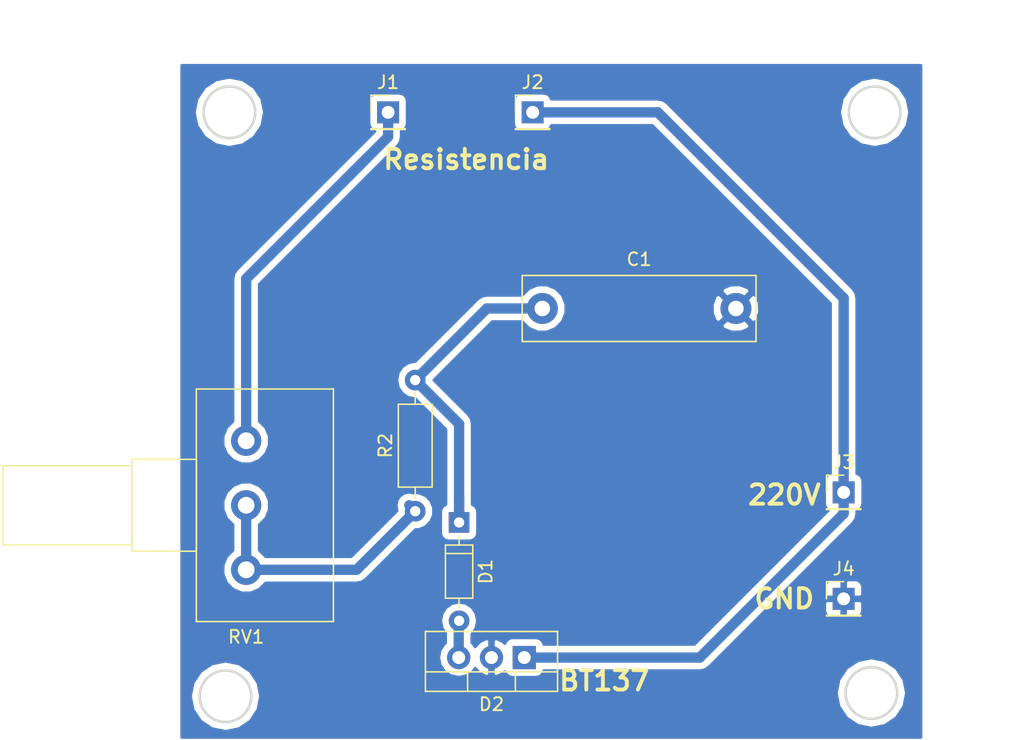
<source format=kicad_pcb>
(kicad_pcb (version 4) (host pcbnew 4.0.7-e2-6376~58~ubuntu14.04.1)

  (general
    (links 10)
    (no_connects 0)
    (area 178.724999 102.149999 252.171429 154.650001)
    (thickness 1.6)
    (drawings 14)
    (tracks 24)
    (zones 0)
    (modules 9)
    (nets 7)
  )

  (page A4)
  (layers
    (0 F.Cu signal)
    (31 B.Cu signal)
    (32 B.Adhes user)
    (33 F.Adhes user)
    (34 B.Paste user)
    (35 F.Paste user)
    (36 B.SilkS user)
    (37 F.SilkS user)
    (38 B.Mask user)
    (39 F.Mask user)
    (40 Dwgs.User user)
    (41 Cmts.User user)
    (42 Eco1.User user)
    (43 Eco2.User user)
    (44 Edge.Cuts user)
    (45 Margin user)
    (46 B.CrtYd user)
    (47 F.CrtYd user)
    (48 B.Fab user)
    (49 F.Fab user)
  )

  (setup
    (last_trace_width 0.8)
    (trace_clearance 0.5)
    (zone_clearance 0.508)
    (zone_45_only no)
    (trace_min 0.6)
    (segment_width 0.2)
    (edge_width 0.2)
    (via_size 2.4)
    (via_drill 0.8)
    (via_min_size 2.2)
    (via_min_drill 0.8)
    (uvia_size 0.508)
    (uvia_drill 0.127)
    (uvias_allowed no)
    (uvia_min_size 0.3)
    (uvia_min_drill 0.127)
    (pcb_text_width 0.3)
    (pcb_text_size 1.5 1.5)
    (mod_edge_width 0.15)
    (mod_text_size 1 1)
    (mod_text_width 0.15)
    (pad_size 1.524 1.524)
    (pad_drill 0.762)
    (pad_to_mask_clearance 0.2)
    (aux_axis_origin 0 0)
    (visible_elements 7FFFFFFF)
    (pcbplotparams
      (layerselection 0x00030_80000001)
      (usegerberextensions false)
      (excludeedgelayer true)
      (linewidth 0.100000)
      (plotframeref false)
      (viasonmask false)
      (mode 1)
      (useauxorigin false)
      (hpglpennumber 1)
      (hpglpenspeed 20)
      (hpglpendiameter 15)
      (hpglpenoverlay 2)
      (psnegative false)
      (psa4output false)
      (plotreference true)
      (plotvalue true)
      (plotinvisibletext false)
      (padsonsilk false)
      (subtractmaskfromsilk false)
      (outputformat 1)
      (mirror false)
      (drillshape 1)
      (scaleselection 1)
      (outputdirectory Build/))
  )

  (net 0 "")
  (net 1 "Net-(C1-Pad1)")
  (net 2 GND)
  (net 3 "Net-(D1-Pad2)")
  (net 4 "Net-(D2-Pad1)")
  (net 5 "Net-(J1-Pad1)")
  (net 6 "Net-(R2-Pad1)")

  (net_class Default "This is the default net class."
    (clearance 0.5)
    (trace_width 0.8)
    (via_dia 2.4)
    (via_drill 0.8)
    (uvia_dia 0.508)
    (uvia_drill 0.127)
    (add_net GND)
    (add_net "Net-(C1-Pad1)")
    (add_net "Net-(D1-Pad2)")
    (add_net "Net-(D2-Pad1)")
    (add_net "Net-(J1-Pad1)")
    (add_net "Net-(R2-Pad1)")
  )

  (module Resistors_ThroughHole:R_Axial_DIN0207_L6.3mm_D2.5mm_P10.16mm_Horizontal (layer F.Cu) (tedit 5874F706) (tstamp 59A06303)
    (at 211.4 136.91 90)
    (descr "Resistor, Axial_DIN0207 series, Axial, Horizontal, pin pitch=10.16mm, 0.25W = 1/4W, length*diameter=6.3*2.5mm^2, http://cdn-reichelt.de/documents/datenblatt/B400/1_4W%23YAG.pdf")
    (tags "Resistor Axial_DIN0207 series Axial Horizontal pin pitch 10.16mm 0.25W = 1/4W length 6.3mm diameter 2.5mm")
    (path /59A03AED)
    (fp_text reference R2 (at 5.08 -2.31 90) (layer F.SilkS)
      (effects (font (size 1 1) (thickness 0.15)))
    )
    (fp_text value 250k (at 5.08 2.31 90) (layer F.Fab)
      (effects (font (size 1 1) (thickness 0.15)))
    )
    (fp_line (start 1.93 -1.25) (end 1.93 1.25) (layer F.Fab) (width 0.1))
    (fp_line (start 1.93 1.25) (end 8.23 1.25) (layer F.Fab) (width 0.1))
    (fp_line (start 8.23 1.25) (end 8.23 -1.25) (layer F.Fab) (width 0.1))
    (fp_line (start 8.23 -1.25) (end 1.93 -1.25) (layer F.Fab) (width 0.1))
    (fp_line (start 0 0) (end 1.93 0) (layer F.Fab) (width 0.1))
    (fp_line (start 10.16 0) (end 8.23 0) (layer F.Fab) (width 0.1))
    (fp_line (start 1.87 -1.31) (end 1.87 1.31) (layer F.SilkS) (width 0.12))
    (fp_line (start 1.87 1.31) (end 8.29 1.31) (layer F.SilkS) (width 0.12))
    (fp_line (start 8.29 1.31) (end 8.29 -1.31) (layer F.SilkS) (width 0.12))
    (fp_line (start 8.29 -1.31) (end 1.87 -1.31) (layer F.SilkS) (width 0.12))
    (fp_line (start 0.98 0) (end 1.87 0) (layer F.SilkS) (width 0.12))
    (fp_line (start 9.18 0) (end 8.29 0) (layer F.SilkS) (width 0.12))
    (fp_line (start -1.05 -1.6) (end -1.05 1.6) (layer F.CrtYd) (width 0.05))
    (fp_line (start -1.05 1.6) (end 11.25 1.6) (layer F.CrtYd) (width 0.05))
    (fp_line (start 11.25 1.6) (end 11.25 -1.6) (layer F.CrtYd) (width 0.05))
    (fp_line (start 11.25 -1.6) (end -1.05 -1.6) (layer F.CrtYd) (width 0.05))
    (pad 1 thru_hole circle (at 0 0 90) (size 1.6 1.6) (drill 0.8) (layers *.Cu *.Mask)
      (net 6 "Net-(R2-Pad1)"))
    (pad 2 thru_hole oval (at 10.16 0 90) (size 1.6 1.6) (drill 0.8) (layers *.Cu *.Mask)
      (net 1 "Net-(C1-Pad1)"))
    (model ${KISYS3DMOD}/Resistors_THT.3dshapes/R_Axial_DIN0207_L6.3mm_D2.5mm_P10.16mm_Horizontal.wrl
      (at (xyz 0 0 0))
      (scale (xyz 0.393701 0.393701 0.393701))
      (rotate (xyz 0 0 0))
    )
  )

  (module Pin_Headers:Pin_Header_Straight_1x01_Pitch2.54mm (layer F.Cu) (tedit 59650532) (tstamp 59A062F8)
    (at 244.6 135.45)
    (descr "Through hole straight pin header, 1x01, 2.54mm pitch, single row")
    (tags "Through hole pin header THT 1x01 2.54mm single row")
    (path /59A03E62)
    (fp_text reference J3 (at 0 -2.33) (layer F.SilkS)
      (effects (font (size 1 1) (thickness 0.15)))
    )
    (fp_text value CONN_01X01_MALE (at 0 2.33) (layer F.Fab)
      (effects (font (size 1 1) (thickness 0.15)))
    )
    (fp_line (start -0.635 -1.27) (end 1.27 -1.27) (layer F.Fab) (width 0.1))
    (fp_line (start 1.27 -1.27) (end 1.27 1.27) (layer F.Fab) (width 0.1))
    (fp_line (start 1.27 1.27) (end -1.27 1.27) (layer F.Fab) (width 0.1))
    (fp_line (start -1.27 1.27) (end -1.27 -0.635) (layer F.Fab) (width 0.1))
    (fp_line (start -1.27 -0.635) (end -0.635 -1.27) (layer F.Fab) (width 0.1))
    (fp_line (start -1.33 1.33) (end 1.33 1.33) (layer F.SilkS) (width 0.12))
    (fp_line (start -1.33 1.27) (end -1.33 1.33) (layer F.SilkS) (width 0.12))
    (fp_line (start 1.33 1.27) (end 1.33 1.33) (layer F.SilkS) (width 0.12))
    (fp_line (start -1.33 1.27) (end 1.33 1.27) (layer F.SilkS) (width 0.12))
    (fp_line (start -1.33 0) (end -1.33 -1.33) (layer F.SilkS) (width 0.12))
    (fp_line (start -1.33 -1.33) (end 0 -1.33) (layer F.SilkS) (width 0.12))
    (fp_line (start -1.8 -1.8) (end -1.8 1.8) (layer F.CrtYd) (width 0.05))
    (fp_line (start -1.8 1.8) (end 1.8 1.8) (layer F.CrtYd) (width 0.05))
    (fp_line (start 1.8 1.8) (end 1.8 -1.8) (layer F.CrtYd) (width 0.05))
    (fp_line (start 1.8 -1.8) (end -1.8 -1.8) (layer F.CrtYd) (width 0.05))
    (fp_text user %R (at 0 0 90) (layer F.Fab)
      (effects (font (size 1 1) (thickness 0.15)))
    )
    (pad 1 thru_hole rect (at 0 0) (size 1.7 1.7) (drill 1) (layers *.Cu *.Mask)
      (net 4 "Net-(D2-Pad1)"))
    (model ${KISYS3DMOD}/Pin_Headers.3dshapes/Pin_Header_Straight_1x01_Pitch2.54mm.wrl
      (at (xyz 0 0 0))
      (scale (xyz 1 1 1))
      (rotate (xyz 0 0 0))
    )
  )

  (module Diodes_ThroughHole:D_DO-35_SOD27_P7.62mm_Horizontal (layer F.Cu) (tedit 5921392F) (tstamp 59A062E2)
    (at 214.8 137.78 270)
    (descr "D, DO-35_SOD27 series, Axial, Horizontal, pin pitch=7.62mm, , length*diameter=4*2mm^2, , http://www.diodes.com/_files/packages/DO-35.pdf")
    (tags "D DO-35_SOD27 series Axial Horizontal pin pitch 7.62mm  length 4mm diameter 2mm")
    (path /59A03A2A)
    (fp_text reference D1 (at 3.81 -2.06 270) (layer F.SilkS)
      (effects (font (size 1 1) (thickness 0.15)))
    )
    (fp_text value DIAC_ALT (at 3.81 2.06 270) (layer F.Fab)
      (effects (font (size 1 1) (thickness 0.15)))
    )
    (fp_text user %R (at 3.81 0 270) (layer F.Fab)
      (effects (font (size 1 1) (thickness 0.15)))
    )
    (fp_line (start 1.81 -1) (end 1.81 1) (layer F.Fab) (width 0.1))
    (fp_line (start 1.81 1) (end 5.81 1) (layer F.Fab) (width 0.1))
    (fp_line (start 5.81 1) (end 5.81 -1) (layer F.Fab) (width 0.1))
    (fp_line (start 5.81 -1) (end 1.81 -1) (layer F.Fab) (width 0.1))
    (fp_line (start 0 0) (end 1.81 0) (layer F.Fab) (width 0.1))
    (fp_line (start 7.62 0) (end 5.81 0) (layer F.Fab) (width 0.1))
    (fp_line (start 2.41 -1) (end 2.41 1) (layer F.Fab) (width 0.1))
    (fp_line (start 1.75 -1.06) (end 1.75 1.06) (layer F.SilkS) (width 0.12))
    (fp_line (start 1.75 1.06) (end 5.87 1.06) (layer F.SilkS) (width 0.12))
    (fp_line (start 5.87 1.06) (end 5.87 -1.06) (layer F.SilkS) (width 0.12))
    (fp_line (start 5.87 -1.06) (end 1.75 -1.06) (layer F.SilkS) (width 0.12))
    (fp_line (start 0.98 0) (end 1.75 0) (layer F.SilkS) (width 0.12))
    (fp_line (start 6.64 0) (end 5.87 0) (layer F.SilkS) (width 0.12))
    (fp_line (start 2.41 -1.06) (end 2.41 1.06) (layer F.SilkS) (width 0.12))
    (fp_line (start -1.05 -1.35) (end -1.05 1.35) (layer F.CrtYd) (width 0.05))
    (fp_line (start -1.05 1.35) (end 8.7 1.35) (layer F.CrtYd) (width 0.05))
    (fp_line (start 8.7 1.35) (end 8.7 -1.35) (layer F.CrtYd) (width 0.05))
    (fp_line (start 8.7 -1.35) (end -1.05 -1.35) (layer F.CrtYd) (width 0.05))
    (pad 1 thru_hole rect (at 0 0 270) (size 1.6 1.6) (drill 0.8) (layers *.Cu *.Mask)
      (net 1 "Net-(C1-Pad1)"))
    (pad 2 thru_hole oval (at 7.62 0 270) (size 1.6 1.6) (drill 0.8) (layers *.Cu *.Mask)
      (net 3 "Net-(D1-Pad2)"))
    (model ${KISYS3DMOD}/Diodes_THT.3dshapes/D_DO-35_SOD27_P7.62mm_Horizontal.wrl
      (at (xyz 0 0 0))
      (scale (xyz 0.393701 0.393701 0.393701))
      (rotate (xyz 0 0 0))
    )
  )

  (module TO_SOT_Packages_THT:TO-220_Vertical (layer F.Cu) (tedit 58CE52AD) (tstamp 59A062E9)
    (at 219.85 148.25 180)
    (descr "TO-220, Vertical, RM 2.54mm")
    (tags "TO-220 Vertical RM 2.54mm")
    (path /59A0366F)
    (fp_text reference D2 (at 2.54 -3.62 180) (layer F.SilkS)
      (effects (font (size 1 1) (thickness 0.15)))
    )
    (fp_text value Q_TRIAC_AAG (at 2.54 3.92 180) (layer F.Fab)
      (effects (font (size 1 1) (thickness 0.15)))
    )
    (fp_text user %R (at 2.54 -3.62 180) (layer F.Fab)
      (effects (font (size 1 1) (thickness 0.15)))
    )
    (fp_line (start -2.46 -2.5) (end -2.46 1.9) (layer F.Fab) (width 0.1))
    (fp_line (start -2.46 1.9) (end 7.54 1.9) (layer F.Fab) (width 0.1))
    (fp_line (start 7.54 1.9) (end 7.54 -2.5) (layer F.Fab) (width 0.1))
    (fp_line (start 7.54 -2.5) (end -2.46 -2.5) (layer F.Fab) (width 0.1))
    (fp_line (start -2.46 -1.23) (end 7.54 -1.23) (layer F.Fab) (width 0.1))
    (fp_line (start 0.69 -2.5) (end 0.69 -1.23) (layer F.Fab) (width 0.1))
    (fp_line (start 4.39 -2.5) (end 4.39 -1.23) (layer F.Fab) (width 0.1))
    (fp_line (start -2.58 -2.62) (end 7.66 -2.62) (layer F.SilkS) (width 0.12))
    (fp_line (start -2.58 2.021) (end 7.66 2.021) (layer F.SilkS) (width 0.12))
    (fp_line (start -2.58 -2.62) (end -2.58 2.021) (layer F.SilkS) (width 0.12))
    (fp_line (start 7.66 -2.62) (end 7.66 2.021) (layer F.SilkS) (width 0.12))
    (fp_line (start -2.58 -1.11) (end 7.66 -1.11) (layer F.SilkS) (width 0.12))
    (fp_line (start 0.69 -2.62) (end 0.69 -1.11) (layer F.SilkS) (width 0.12))
    (fp_line (start 4.391 -2.62) (end 4.391 -1.11) (layer F.SilkS) (width 0.12))
    (fp_line (start -2.71 -2.75) (end -2.71 2.16) (layer F.CrtYd) (width 0.05))
    (fp_line (start -2.71 2.16) (end 7.79 2.16) (layer F.CrtYd) (width 0.05))
    (fp_line (start 7.79 2.16) (end 7.79 -2.75) (layer F.CrtYd) (width 0.05))
    (fp_line (start 7.79 -2.75) (end -2.71 -2.75) (layer F.CrtYd) (width 0.05))
    (pad 1 thru_hole rect (at 0 0 180) (size 1.8 1.8) (drill 1) (layers *.Cu *.Mask)
      (net 4 "Net-(D2-Pad1)"))
    (pad 2 thru_hole oval (at 2.54 0 180) (size 1.8 1.8) (drill 1) (layers *.Cu *.Mask)
      (net 2 GND))
    (pad 3 thru_hole oval (at 5.08 0 180) (size 1.8 1.8) (drill 1) (layers *.Cu *.Mask)
      (net 3 "Net-(D1-Pad2)"))
    (model ${KISYS3DMOD}/TO_SOT_Packages_THT.3dshapes/TO-220_Vertical.wrl
      (at (xyz 0.1 0 0))
      (scale (xyz 0.393701 0.393701 0.393701))
      (rotate (xyz 0 0 0))
    )
  )

  (module Pin_Headers:Pin_Header_Straight_1x01_Pitch2.54mm (layer F.Cu) (tedit 59650532) (tstamp 59A062EE)
    (at 209.3 106)
    (descr "Through hole straight pin header, 1x01, 2.54mm pitch, single row")
    (tags "Through hole pin header THT 1x01 2.54mm single row")
    (path /59A03C70)
    (fp_text reference J1 (at 0 -2.33) (layer F.SilkS)
      (effects (font (size 1 1) (thickness 0.15)))
    )
    (fp_text value CONN_01X01_MALE (at 0 2.33) (layer F.Fab)
      (effects (font (size 1 1) (thickness 0.15)))
    )
    (fp_line (start -0.635 -1.27) (end 1.27 -1.27) (layer F.Fab) (width 0.1))
    (fp_line (start 1.27 -1.27) (end 1.27 1.27) (layer F.Fab) (width 0.1))
    (fp_line (start 1.27 1.27) (end -1.27 1.27) (layer F.Fab) (width 0.1))
    (fp_line (start -1.27 1.27) (end -1.27 -0.635) (layer F.Fab) (width 0.1))
    (fp_line (start -1.27 -0.635) (end -0.635 -1.27) (layer F.Fab) (width 0.1))
    (fp_line (start -1.33 1.33) (end 1.33 1.33) (layer F.SilkS) (width 0.12))
    (fp_line (start -1.33 1.27) (end -1.33 1.33) (layer F.SilkS) (width 0.12))
    (fp_line (start 1.33 1.27) (end 1.33 1.33) (layer F.SilkS) (width 0.12))
    (fp_line (start -1.33 1.27) (end 1.33 1.27) (layer F.SilkS) (width 0.12))
    (fp_line (start -1.33 0) (end -1.33 -1.33) (layer F.SilkS) (width 0.12))
    (fp_line (start -1.33 -1.33) (end 0 -1.33) (layer F.SilkS) (width 0.12))
    (fp_line (start -1.8 -1.8) (end -1.8 1.8) (layer F.CrtYd) (width 0.05))
    (fp_line (start -1.8 1.8) (end 1.8 1.8) (layer F.CrtYd) (width 0.05))
    (fp_line (start 1.8 1.8) (end 1.8 -1.8) (layer F.CrtYd) (width 0.05))
    (fp_line (start 1.8 -1.8) (end -1.8 -1.8) (layer F.CrtYd) (width 0.05))
    (fp_text user %R (at 0 -0.1 90) (layer F.Fab)
      (effects (font (size 1 1) (thickness 0.15)))
    )
    (pad 1 thru_hole rect (at 0 0) (size 1.7 1.7) (drill 1) (layers *.Cu *.Mask)
      (net 5 "Net-(J1-Pad1)"))
    (model ${KISYS3DMOD}/Pin_Headers.3dshapes/Pin_Header_Straight_1x01_Pitch2.54mm.wrl
      (at (xyz 0 0 0))
      (scale (xyz 1 1 1))
      (rotate (xyz 0 0 0))
    )
  )

  (module Pin_Headers:Pin_Header_Straight_1x01_Pitch2.54mm (layer F.Cu) (tedit 59650532) (tstamp 59A062F3)
    (at 220.5 106)
    (descr "Through hole straight pin header, 1x01, 2.54mm pitch, single row")
    (tags "Through hole pin header THT 1x01 2.54mm single row")
    (path /59A03CD9)
    (fp_text reference J2 (at 0 -2.33) (layer F.SilkS)
      (effects (font (size 1 1) (thickness 0.15)))
    )
    (fp_text value CONN_01X01_MALE (at 0 2.33) (layer F.Fab)
      (effects (font (size 1 1) (thickness 0.15)))
    )
    (fp_line (start -0.635 -1.27) (end 1.27 -1.27) (layer F.Fab) (width 0.1))
    (fp_line (start 1.27 -1.27) (end 1.27 1.27) (layer F.Fab) (width 0.1))
    (fp_line (start 1.27 1.27) (end -1.27 1.27) (layer F.Fab) (width 0.1))
    (fp_line (start -1.27 1.27) (end -1.27 -0.635) (layer F.Fab) (width 0.1))
    (fp_line (start -1.27 -0.635) (end -0.635 -1.27) (layer F.Fab) (width 0.1))
    (fp_line (start -1.33 1.33) (end 1.33 1.33) (layer F.SilkS) (width 0.12))
    (fp_line (start -1.33 1.27) (end -1.33 1.33) (layer F.SilkS) (width 0.12))
    (fp_line (start 1.33 1.27) (end 1.33 1.33) (layer F.SilkS) (width 0.12))
    (fp_line (start -1.33 1.27) (end 1.33 1.27) (layer F.SilkS) (width 0.12))
    (fp_line (start -1.33 0) (end -1.33 -1.33) (layer F.SilkS) (width 0.12))
    (fp_line (start -1.33 -1.33) (end 0 -1.33) (layer F.SilkS) (width 0.12))
    (fp_line (start -1.8 -1.8) (end -1.8 1.8) (layer F.CrtYd) (width 0.05))
    (fp_line (start -1.8 1.8) (end 1.8 1.8) (layer F.CrtYd) (width 0.05))
    (fp_line (start 1.8 1.8) (end 1.8 -1.8) (layer F.CrtYd) (width 0.05))
    (fp_line (start 1.8 -1.8) (end -1.8 -1.8) (layer F.CrtYd) (width 0.05))
    (fp_text user %R (at 0 0 90) (layer F.Fab)
      (effects (font (size 1 1) (thickness 0.15)))
    )
    (pad 1 thru_hole rect (at 0 0) (size 1.7 1.7) (drill 1) (layers *.Cu *.Mask)
      (net 4 "Net-(D2-Pad1)"))
    (model ${KISYS3DMOD}/Pin_Headers.3dshapes/Pin_Header_Straight_1x01_Pitch2.54mm.wrl
      (at (xyz 0 0 0))
      (scale (xyz 1 1 1))
      (rotate (xyz 0 0 0))
    )
  )

  (module Pin_Headers:Pin_Header_Straight_1x01_Pitch2.54mm (layer F.Cu) (tedit 59650532) (tstamp 59A062FD)
    (at 244.6 143.7)
    (descr "Through hole straight pin header, 1x01, 2.54mm pitch, single row")
    (tags "Through hole pin header THT 1x01 2.54mm single row")
    (path /59A03EC3)
    (fp_text reference J4 (at 0 -2.33) (layer F.SilkS)
      (effects (font (size 1 1) (thickness 0.15)))
    )
    (fp_text value CONN_01X01_MALE (at 0 2.33) (layer F.Fab)
      (effects (font (size 1 1) (thickness 0.15)))
    )
    (fp_line (start -0.635 -1.27) (end 1.27 -1.27) (layer F.Fab) (width 0.1))
    (fp_line (start 1.27 -1.27) (end 1.27 1.27) (layer F.Fab) (width 0.1))
    (fp_line (start 1.27 1.27) (end -1.27 1.27) (layer F.Fab) (width 0.1))
    (fp_line (start -1.27 1.27) (end -1.27 -0.635) (layer F.Fab) (width 0.1))
    (fp_line (start -1.27 -0.635) (end -0.635 -1.27) (layer F.Fab) (width 0.1))
    (fp_line (start -1.33 1.33) (end 1.33 1.33) (layer F.SilkS) (width 0.12))
    (fp_line (start -1.33 1.27) (end -1.33 1.33) (layer F.SilkS) (width 0.12))
    (fp_line (start 1.33 1.27) (end 1.33 1.33) (layer F.SilkS) (width 0.12))
    (fp_line (start -1.33 1.27) (end 1.33 1.27) (layer F.SilkS) (width 0.12))
    (fp_line (start -1.33 0) (end -1.33 -1.33) (layer F.SilkS) (width 0.12))
    (fp_line (start -1.33 -1.33) (end 0 -1.33) (layer F.SilkS) (width 0.12))
    (fp_line (start -1.8 -1.8) (end -1.8 1.8) (layer F.CrtYd) (width 0.05))
    (fp_line (start -1.8 1.8) (end 1.8 1.8) (layer F.CrtYd) (width 0.05))
    (fp_line (start 1.8 1.8) (end 1.8 -1.8) (layer F.CrtYd) (width 0.05))
    (fp_line (start 1.8 -1.8) (end -1.8 -1.8) (layer F.CrtYd) (width 0.05))
    (fp_text user %R (at 0 0 90) (layer F.Fab)
      (effects (font (size 1 1) (thickness 0.15)))
    )
    (pad 1 thru_hole rect (at 0 0) (size 1.7 1.7) (drill 1) (layers *.Cu *.Mask)
      (net 2 GND))
    (model ${KISYS3DMOD}/Pin_Headers.3dshapes/Pin_Header_Straight_1x01_Pitch2.54mm.wrl
      (at (xyz 0 0 0))
      (scale (xyz 1 1 1))
      (rotate (xyz 0 0 0))
    )
  )

  (module Potentiometers:Potentiometer_Alps_RK163_Single_Vertical (layer F.Cu) (tedit 58826D68) (tstamp 59A0630A)
    (at 198.3 131.45 180)
    (descr "Potentiometer, vertically mounted, Omeg PC16PU, Omeg PC16PU, Omeg PC16PU, Vishay/Spectrol 248GJ/249GJ Single, Vishay/Spectrol 248GJ/249GJ Single, Vishay/Spectrol 248GJ/249GJ Single, Vishay/Spectrol 248GH/249GH Single, Vishay/Spectrol 148/149 Single, Vishay/Spectrol 148/149 Single, Vishay/Spectrol 148/149 Single, Vishay/Spectrol 148A/149A Single with mounting plates, Vishay/Spectrol 148/149 Double, Vishay/Spectrol 148A/149A Double with mounting plates, Piher PC-16 Single, Piher PC-16 Single, Piher PC-16 Single, Piher PC-16SV Single, Piher PC-16 Double, Piher PC-16 Triple, Piher T16H Single, Piher T16L Single, Piher T16H Double, Alps RK163 Single, http://www.alps.com/prod/info/E/PDF/Potentiometer/MetalShaft/RK163/RK163.PDF")
    (tags "Potentiometer vertical  Omeg PC16PU  Omeg PC16PU  Omeg PC16PU  Vishay/Spectrol 248GJ/249GJ Single  Vishay/Spectrol 248GJ/249GJ Single  Vishay/Spectrol 248GJ/249GJ Single  Vishay/Spectrol 248GH/249GH Single  Vishay/Spectrol 148/149 Single  Vishay/Spectrol 148/149 Single  Vishay/Spectrol 148/149 Single  Vishay/Spectrol 148A/149A Single with mounting plates  Vishay/Spectrol 148/149 Double  Vishay/Spectrol 148A/149A Double with mounting plates  Piher PC-16 Single  Piher PC-16 Single  Piher PC-16 Single  Piher PC-16SV Single  Piher PC-16 Double  Piher PC-16 Triple  Piher T16H Single  Piher T16L Single  Piher T16H Double  Alps RK163 Single")
    (path /59A059CC)
    (fp_text reference RV1 (at 0 -15.2 180) (layer F.SilkS)
      (effects (font (size 1 1) (thickness 0.15)))
    )
    (fp_text value 200k (at 0 5.2 180) (layer F.Fab)
      (effects (font (size 1 1) (thickness 0.15)))
    )
    (fp_line (start -6.7 -13.95) (end -6.7 3.95) (layer F.Fab) (width 0.1))
    (fp_line (start -6.7 3.95) (end 3.8 3.95) (layer F.Fab) (width 0.1))
    (fp_line (start 3.8 3.95) (end 3.8 -13.95) (layer F.Fab) (width 0.1))
    (fp_line (start 3.8 -13.95) (end -6.7 -13.95) (layer F.Fab) (width 0.1))
    (fp_line (start 3.8 -8.5) (end 3.8 -1.5) (layer F.Fab) (width 0.1))
    (fp_line (start 3.8 -1.5) (end 8.8 -1.5) (layer F.Fab) (width 0.1))
    (fp_line (start 8.8 -1.5) (end 8.8 -8.5) (layer F.Fab) (width 0.1))
    (fp_line (start 8.8 -8.5) (end 3.8 -8.5) (layer F.Fab) (width 0.1))
    (fp_line (start 8.8 -8) (end 8.8 -2) (layer F.Fab) (width 0.1))
    (fp_line (start 8.8 -2) (end 18.8 -2) (layer F.Fab) (width 0.1))
    (fp_line (start 18.8 -2) (end 18.8 -8) (layer F.Fab) (width 0.1))
    (fp_line (start 18.8 -8) (end 8.8 -8) (layer F.Fab) (width 0.1))
    (fp_line (start -6.76 -14.01) (end 3.86 -14.01) (layer F.SilkS) (width 0.12))
    (fp_line (start -6.76 4.011) (end 3.86 4.011) (layer F.SilkS) (width 0.12))
    (fp_line (start -6.76 -14.01) (end -6.76 4.011) (layer F.SilkS) (width 0.12))
    (fp_line (start 3.86 -14.01) (end 3.86 4.011) (layer F.SilkS) (width 0.12))
    (fp_line (start 3.86 -8.56) (end 8.86 -8.56) (layer F.SilkS) (width 0.12))
    (fp_line (start 3.86 -1.44) (end 8.86 -1.44) (layer F.SilkS) (width 0.12))
    (fp_line (start 3.86 -8.56) (end 3.86 -1.44) (layer F.SilkS) (width 0.12))
    (fp_line (start 8.86 -8.56) (end 8.86 -1.44) (layer F.SilkS) (width 0.12))
    (fp_line (start 8.86 -8.06) (end 18.86 -8.06) (layer F.SilkS) (width 0.12))
    (fp_line (start 8.86 -1.94) (end 18.86 -1.94) (layer F.SilkS) (width 0.12))
    (fp_line (start 8.86 -8.06) (end 8.86 -1.94) (layer F.SilkS) (width 0.12))
    (fp_line (start 18.86 -8.06) (end 18.86 -1.94) (layer F.SilkS) (width 0.12))
    (fp_line (start -6.95 -14.2) (end -6.95 4.2) (layer F.CrtYd) (width 0.05))
    (fp_line (start -6.95 4.2) (end 19.05 4.2) (layer F.CrtYd) (width 0.05))
    (fp_line (start 19.05 4.2) (end 19.05 -14.2) (layer F.CrtYd) (width 0.05))
    (fp_line (start 19.05 -14.2) (end -6.95 -14.2) (layer F.CrtYd) (width 0.05))
    (pad 3 thru_hole circle (at 0 -10 180) (size 2.34 2.34) (drill 1.3) (layers *.Cu *.Mask)
      (net 6 "Net-(R2-Pad1)"))
    (pad 2 thru_hole circle (at 0 -5 180) (size 2.34 2.34) (drill 1.3) (layers *.Cu *.Mask)
      (net 6 "Net-(R2-Pad1)"))
    (pad 1 thru_hole circle (at 0 0 180) (size 2.34 2.34) (drill 1.3) (layers *.Cu *.Mask)
      (net 5 "Net-(J1-Pad1)"))
    (model Potentiometers.3dshapes/Potentiometer_Alps_RK163_Single_Vertical.wrl
      (at (xyz 0 0 0))
      (scale (xyz 1 1 1))
      (rotate (xyz 0 0 0))
    )
  )

  (module Capacitors_ThroughHole:C_Rect_L18.0mm_W5.0mm_P15.00mm_FKS3_FKP3 (layer F.Cu) (tedit 597BC7C2) (tstamp 59A070AD)
    (at 221.25 121.2)
    (descr "C, Rect series, Radial, pin pitch=15.00mm, , length*width=18*5mm^2, Capacitor, http://www.wima.com/EN/WIMA_FKS_3.pdf")
    (tags "C Rect series Radial pin pitch 15.00mm  length 18mm width 5mm Capacitor")
    (path /59A0706F)
    (fp_text reference C1 (at 7.5 -3.81) (layer F.SilkS)
      (effects (font (size 1 1) (thickness 0.15)))
    )
    (fp_text value 0.1uF/630V (at 7.5 3.81) (layer F.Fab)
      (effects (font (size 1 1) (thickness 0.15)))
    )
    (fp_line (start -1.5 -2.5) (end -1.5 2.5) (layer F.Fab) (width 0.1))
    (fp_line (start -1.5 2.5) (end 16.5 2.5) (layer F.Fab) (width 0.1))
    (fp_line (start 16.5 2.5) (end 16.5 -2.5) (layer F.Fab) (width 0.1))
    (fp_line (start 16.5 -2.5) (end -1.5 -2.5) (layer F.Fab) (width 0.1))
    (fp_line (start -1.56 -2.56) (end 16.56 -2.56) (layer F.SilkS) (width 0.12))
    (fp_line (start -1.56 2.56) (end 16.56 2.56) (layer F.SilkS) (width 0.12))
    (fp_line (start -1.56 -2.56) (end -1.56 2.56) (layer F.SilkS) (width 0.12))
    (fp_line (start 16.56 -2.56) (end 16.56 2.56) (layer F.SilkS) (width 0.12))
    (fp_line (start -1.85 -2.85) (end -1.85 2.85) (layer F.CrtYd) (width 0.05))
    (fp_line (start -1.85 2.85) (end 16.85 2.85) (layer F.CrtYd) (width 0.05))
    (fp_line (start 16.85 2.85) (end 16.85 -2.85) (layer F.CrtYd) (width 0.05))
    (fp_line (start 16.85 -2.85) (end -1.85 -2.85) (layer F.CrtYd) (width 0.05))
    (fp_text user %R (at 7.5 0) (layer F.Fab)
      (effects (font (size 1 1) (thickness 0.15)))
    )
    (pad 1 thru_hole circle (at 0 0) (size 2.4 2.4) (drill 1.2) (layers *.Cu *.Mask)
      (net 1 "Net-(C1-Pad1)"))
    (pad 2 thru_hole circle (at 15 0) (size 2.4 2.4) (drill 1.2) (layers *.Cu *.Mask)
      (net 2 GND))
    (model ${KISYS3DMOD}/Capacitors_THT.3dshapes/C_Rect_L18.0mm_W5.0mm_P15.00mm_FKS3_FKP3.wrl
      (at (xyz 0 0 0))
      (scale (xyz 1 1 1))
      (rotate (xyz 0 0 0))
    )
  )

  (dimension 52.1 (width 0.3) (layer F.Fab)
    (gr_text "52,100 mm" (at 255.9 128.4 270) (layer F.Fab)
      (effects (font (size 1.5 1.5) (thickness 0.3)))
    )
    (feature1 (pts (xy 250.6 154.45) (xy 257.25 154.45)))
    (feature2 (pts (xy 250.6 102.35) (xy 257.25 102.35)))
    (crossbar (pts (xy 254.55 102.35) (xy 254.55 154.45)))
    (arrow1a (pts (xy 254.55 154.45) (xy 253.963579 153.323496)))
    (arrow1b (pts (xy 254.55 154.45) (xy 255.136421 153.323496)))
    (arrow2a (pts (xy 254.55 102.35) (xy 253.963579 103.476504)))
    (arrow2b (pts (xy 254.55 102.35) (xy 255.136421 103.476504)))
  )
  (dimension 57.3 (width 0.3) (layer F.Fab)
    (gr_text "57,300 mm" (at 221.95 99.150001) (layer F.Fab)
      (effects (font (size 1.5 1.5) (thickness 0.3)))
    )
    (feature1 (pts (xy 250.6 102.35) (xy 250.6 97.800001)))
    (feature2 (pts (xy 193.3 102.35) (xy 193.3 97.800001)))
    (crossbar (pts (xy 193.3 100.500001) (xy 250.6 100.500001)))
    (arrow1a (pts (xy 250.6 100.500001) (xy 249.473496 101.086422)))
    (arrow1b (pts (xy 250.6 100.500001) (xy 249.473496 99.91358)))
    (arrow2a (pts (xy 193.3 100.500001) (xy 194.426504 101.086422)))
    (arrow2b (pts (xy 193.3 100.500001) (xy 194.426504 99.91358)))
  )
  (gr_line (start 193.2 154.55) (end 193.2 102.25) (layer F.Fab) (width 0.2))
  (gr_line (start 250.7 154.55) (end 193.2 154.55) (layer F.Fab) (width 0.2))
  (gr_line (start 250.7 102.25) (end 250.7 154.55) (layer F.Fab) (width 0.2))
  (gr_line (start 193.2 102.25) (end 250.7 102.25) (layer F.Fab) (width 0.2))
  (gr_text BT137 (at 226.05 150.05) (layer F.SilkS)
    (effects (font (size 1.5 1.5) (thickness 0.3)))
  )
  (gr_text GND (at 240 143.7) (layer F.SilkS)
    (effects (font (size 1.5 1.5) (thickness 0.3)))
  )
  (gr_text 220V (at 240 135.65) (layer F.SilkS)
    (effects (font (size 1.5 1.5) (thickness 0.3)))
  )
  (gr_text Resistencia (at 215.35 109.65) (layer F.SilkS)
    (effects (font (size 1.5 1.5) (thickness 0.3)))
  )
  (gr_circle (center 247 106) (end 249 106) (layer Edge.Cuts) (width 0.2) (tstamp 59A07160))
  (gr_circle (center 246.75 151) (end 248.75 151) (layer Edge.Cuts) (width 0.2) (tstamp 59A07150))
  (gr_circle (center 196.7 151.25) (end 198.7 151.25) (layer Edge.Cuts) (width 0.2) (tstamp 59A07107))
  (gr_circle (center 197 106) (end 199 106) (layer Edge.Cuts) (width 0.2))

  (segment (start 214.8 137.23) (end 214.8 135.75) (width 0.8) (layer B.Cu) (net 1))
  (segment (start 214.8 135.75) (end 214.8 130.15) (width 0.8) (layer B.Cu) (net 1))
  (segment (start 214.8 137.78) (end 214.8 135.75) (width 0.8) (layer B.Cu) (net 1))
  (segment (start 214.8 130.15) (end 211.4 126.75) (width 0.8) (layer B.Cu) (net 1))
  (segment (start 211.4 126.75) (end 216.95 121.2) (width 0.8) (layer B.Cu) (net 1))
  (segment (start 216.95 121.2) (end 221.25 121.2) (width 0.8) (layer B.Cu) (net 1))
  (segment (start 214.77 148.25) (end 214.77 145.43) (width 0.8) (layer B.Cu) (net 3))
  (segment (start 214.77 145.43) (end 214.8 145.4) (width 0.8) (layer B.Cu) (net 3))
  (segment (start 214.8 148.73) (end 214.82 148.75) (width 0.8) (layer B.Cu) (net 3))
  (segment (start 219.85 148.25) (end 233.45 148.25) (width 0.8) (layer B.Cu) (net 4))
  (segment (start 233.45 148.25) (end 244.6 137.1) (width 0.8) (layer B.Cu) (net 4))
  (segment (start 244.6 137.1) (end 244.6 135.45) (width 0.8) (layer B.Cu) (net 4))
  (segment (start 233.75 109.55) (end 230.2 106) (width 0.8) (layer B.Cu) (net 4))
  (segment (start 230.2 106) (end 220.5 106) (width 0.8) (layer B.Cu) (net 4))
  (segment (start 244.6 120.4) (end 233.75 109.55) (width 0.8) (layer B.Cu) (net 4))
  (segment (start 244.6 135.45) (end 244.6 120.4) (width 0.8) (layer B.Cu) (net 4))
  (segment (start 198.3 118.9) (end 209.3 107.9) (width 0.8) (layer B.Cu) (net 5))
  (segment (start 209.3 107.9) (end 209.3 106) (width 0.8) (layer B.Cu) (net 5))
  (segment (start 198.3 131.45) (end 198.3 118.9) (width 0.8) (layer B.Cu) (net 5))
  (segment (start 198.3 118.9) (end 207.65 109.55) (width 0.8) (layer B.Cu) (net 5))
  (segment (start 198.3 141.45) (end 206.86 141.45) (width 0.8) (layer B.Cu) (net 6))
  (segment (start 206.86 141.45) (end 211.4 136.91) (width 0.8) (layer B.Cu) (net 6))
  (segment (start 198.3 141.45) (end 198.3 136.45) (width 0.8) (layer B.Cu) (net 6))
  (segment (start 210.94 136.45) (end 211.4 136.91) (width 0.8) (layer B.Cu) (net 6))

  (zone (net 2) (net_name GND) (layer B.Cu) (tstamp 0) (hatch edge 0.508)
    (connect_pads (clearance 0.508))
    (min_thickness 0.254)
    (fill yes (arc_segments 16) (thermal_gap 0.508) (thermal_bridge_width 0.508))
    (polygon
      (pts
        (xy 193.2 102.45) (xy 193.2 154.55) (xy 250.7 154.55) (xy 250.7 102.25) (xy 193.2 102.25)
        (xy 193.2 102.65) (xy 193.2 102.65)
      )
    )
    (filled_polygon
      (pts
        (xy 250.573 154.423) (xy 193.327 154.423) (xy 193.327 151.25) (xy 193.965 151.25) (xy 194.173189 152.296639)
        (xy 194.766063 153.183937) (xy 195.653361 153.776811) (xy 196.7 153.985) (xy 197.746639 153.776811) (xy 198.633937 153.183937)
        (xy 199.226811 152.296639) (xy 199.435 151.25) (xy 199.385273 151) (xy 244.015 151) (xy 244.223189 152.046639)
        (xy 244.816063 152.933937) (xy 245.703361 153.526811) (xy 246.75 153.735) (xy 247.796639 153.526811) (xy 248.683937 152.933937)
        (xy 249.276811 152.046639) (xy 249.485 151) (xy 249.276811 149.953361) (xy 248.683937 149.066063) (xy 247.796639 148.473189)
        (xy 246.75 148.265) (xy 245.703361 148.473189) (xy 244.816063 149.066063) (xy 244.223189 149.953361) (xy 244.015 151)
        (xy 199.385273 151) (xy 199.226811 150.203361) (xy 198.633937 149.316063) (xy 197.746639 148.723189) (xy 196.7 148.515)
        (xy 195.653361 148.723189) (xy 194.766063 149.316063) (xy 194.173189 150.203361) (xy 193.965 151.25) (xy 193.327 151.25)
        (xy 193.327 148.25) (xy 213.204928 148.25) (xy 213.321773 148.837419) (xy 213.654519 149.335409) (xy 214.152509 149.668155)
        (xy 214.739928 149.785) (xy 214.800072 149.785) (xy 214.810036 149.783018) (xy 214.82 149.785) (xy 215.216077 149.706215)
        (xy 215.224523 149.700571) (xy 215.387491 149.668155) (xy 215.885481 149.335409) (xy 216.044501 149.097418) (xy 216.402424 149.487966)
        (xy 216.945258 149.741046) (xy 217.183 149.620997) (xy 217.183 148.377) (xy 217.163 148.377) (xy 217.163 148.123)
        (xy 217.183 148.123) (xy 217.183 146.879003) (xy 217.437 146.879003) (xy 217.437 148.123) (xy 217.457 148.123)
        (xy 217.457 148.377) (xy 217.437 148.377) (xy 217.437 149.620997) (xy 217.674742 149.741046) (xy 218.217576 149.487966)
        (xy 218.340844 149.353462) (xy 218.346838 149.385317) (xy 218.48591 149.601441) (xy 218.69811 149.746431) (xy 218.95 149.79744)
        (xy 220.75 149.79744) (xy 220.985317 149.753162) (xy 221.201441 149.61409) (xy 221.346431 149.40189) (xy 221.370102 149.285)
        (xy 233.449995 149.285) (xy 233.45 149.285001) (xy 233.846077 149.206215) (xy 234.181856 148.981856) (xy 239.177961 143.98575)
        (xy 243.115 143.98575) (xy 243.115 144.67631) (xy 243.211673 144.909699) (xy 243.390302 145.088327) (xy 243.623691 145.185)
        (xy 244.31425 145.185) (xy 244.473 145.02625) (xy 244.473 143.827) (xy 244.727 143.827) (xy 244.727 145.02625)
        (xy 244.88575 145.185) (xy 245.576309 145.185) (xy 245.809698 145.088327) (xy 245.988327 144.909699) (xy 246.085 144.67631)
        (xy 246.085 143.98575) (xy 245.92625 143.827) (xy 244.727 143.827) (xy 244.473 143.827) (xy 243.27375 143.827)
        (xy 243.115 143.98575) (xy 239.177961 143.98575) (xy 240.440021 142.72369) (xy 243.115 142.72369) (xy 243.115 143.41425)
        (xy 243.27375 143.573) (xy 244.473 143.573) (xy 244.473 142.37375) (xy 244.727 142.37375) (xy 244.727 143.573)
        (xy 245.92625 143.573) (xy 246.085 143.41425) (xy 246.085 142.72369) (xy 245.988327 142.490301) (xy 245.809698 142.311673)
        (xy 245.576309 142.215) (xy 244.88575 142.215) (xy 244.727 142.37375) (xy 244.473 142.37375) (xy 244.31425 142.215)
        (xy 243.623691 142.215) (xy 243.390302 142.311673) (xy 243.211673 142.490301) (xy 243.115 142.72369) (xy 240.440021 142.72369)
        (xy 245.331853 137.831858) (xy 245.331856 137.831856) (xy 245.469352 137.626077) (xy 245.556215 137.496078) (xy 245.635001 137.1)
        (xy 245.635 137.099995) (xy 245.635 136.91263) (xy 245.685317 136.903162) (xy 245.901441 136.76409) (xy 246.046431 136.55189)
        (xy 246.09744 136.3) (xy 246.09744 134.6) (xy 246.053162 134.364683) (xy 245.91409 134.148559) (xy 245.70189 134.003569)
        (xy 245.635 133.990023) (xy 245.635 120.400005) (xy 245.635001 120.4) (xy 245.556215 120.003923) (xy 245.45752 119.856215)
        (xy 245.331856 119.668144) (xy 245.331853 119.668142) (xy 234.481856 108.818144) (xy 234.481853 108.818142) (xy 231.663712 106)
        (xy 244.265 106) (xy 244.473189 107.046639) (xy 245.066063 107.933937) (xy 245.953361 108.526811) (xy 247 108.735)
        (xy 248.046639 108.526811) (xy 248.933937 107.933937) (xy 249.526811 107.046639) (xy 249.735 106) (xy 249.526811 104.953361)
        (xy 248.933937 104.066063) (xy 248.046639 103.473189) (xy 247 103.265) (xy 245.953361 103.473189) (xy 245.066063 104.066063)
        (xy 244.473189 104.953361) (xy 244.265 106) (xy 231.663712 106) (xy 230.931856 105.268144) (xy 230.596077 105.043785)
        (xy 230.2 104.964999) (xy 230.199995 104.965) (xy 221.96263 104.965) (xy 221.953162 104.914683) (xy 221.81409 104.698559)
        (xy 221.60189 104.553569) (xy 221.35 104.50256) (xy 219.65 104.50256) (xy 219.414683 104.546838) (xy 219.198559 104.68591)
        (xy 219.053569 104.89811) (xy 219.00256 105.15) (xy 219.00256 106.85) (xy 219.046838 107.085317) (xy 219.18591 107.301441)
        (xy 219.39811 107.446431) (xy 219.65 107.49744) (xy 221.35 107.49744) (xy 221.585317 107.453162) (xy 221.801441 107.31409)
        (xy 221.946431 107.10189) (xy 221.959977 107.035) (xy 229.771288 107.035) (xy 233.018142 110.281853) (xy 233.018144 110.281856)
        (xy 243.565 120.828711) (xy 243.565 133.98737) (xy 243.514683 133.996838) (xy 243.298559 134.13591) (xy 243.153569 134.34811)
        (xy 243.10256 134.6) (xy 243.10256 136.3) (xy 243.146838 136.535317) (xy 243.28591 136.751441) (xy 243.404095 136.832194)
        (xy 233.021288 147.215) (xy 221.372038 147.215) (xy 221.353162 147.114683) (xy 221.21409 146.898559) (xy 221.00189 146.753569)
        (xy 220.75 146.70256) (xy 218.95 146.70256) (xy 218.714683 146.746838) (xy 218.498559 146.88591) (xy 218.353569 147.09811)
        (xy 218.343234 147.149146) (xy 218.217576 147.012034) (xy 217.674742 146.758954) (xy 217.437 146.879003) (xy 217.183 146.879003)
        (xy 216.945258 146.758954) (xy 216.402424 147.012034) (xy 216.044501 147.402582) (xy 215.885481 147.164591) (xy 215.805 147.110815)
        (xy 215.805 146.449291) (xy 215.814698 146.442811) (xy 216.125767 145.977264) (xy 216.235 145.428113) (xy 216.235 145.371887)
        (xy 216.125767 144.822736) (xy 215.814698 144.357189) (xy 215.349151 144.04612) (xy 214.8 143.936887) (xy 214.250849 144.04612)
        (xy 213.785302 144.357189) (xy 213.474233 144.822736) (xy 213.365 145.371887) (xy 213.365 145.428113) (xy 213.474233 145.977264)
        (xy 213.735 146.367529) (xy 213.735 147.110815) (xy 213.654519 147.164591) (xy 213.321773 147.662581) (xy 213.204928 148.25)
        (xy 193.327 148.25) (xy 193.327 136.807462) (xy 196.494687 136.807462) (xy 196.768903 137.471115) (xy 197.265 137.968077)
        (xy 197.265 139.932764) (xy 196.770688 140.426215) (xy 196.495314 141.089388) (xy 196.494687 141.807462) (xy 196.768903 142.471115)
        (xy 197.276215 142.979312) (xy 197.939388 143.254686) (xy 198.657462 143.255313) (xy 199.321115 142.981097) (xy 199.818077 142.485)
        (xy 206.859995 142.485) (xy 206.86 142.485001) (xy 207.256077 142.406215) (xy 207.591856 142.181856) (xy 211.428686 138.345025)
        (xy 211.684187 138.345248) (xy 212.2118 138.127243) (xy 212.615824 137.723923) (xy 212.83475 137.196691) (xy 212.835248 136.625813)
        (xy 212.617243 136.0982) (xy 212.213923 135.694176) (xy 211.686691 135.47525) (xy 211.240942 135.474861) (xy 210.94 135.414999)
        (xy 210.543923 135.493785) (xy 210.208144 135.718144) (xy 209.983785 136.053923) (xy 209.904999 136.45) (xy 209.965137 136.752331)
        (xy 209.965025 136.881264) (xy 206.431288 140.415) (xy 199.817236 140.415) (xy 199.335 139.931923) (xy 199.335 137.967236)
        (xy 199.829312 137.473785) (xy 200.104686 136.810612) (xy 200.105313 136.092538) (xy 199.831097 135.428885) (xy 199.323785 134.920688)
        (xy 198.660612 134.645314) (xy 197.942538 134.644687) (xy 197.278885 134.918903) (xy 196.770688 135.426215) (xy 196.495314 136.089388)
        (xy 196.494687 136.807462) (xy 193.327 136.807462) (xy 193.327 131.807462) (xy 196.494687 131.807462) (xy 196.768903 132.471115)
        (xy 197.276215 132.979312) (xy 197.939388 133.254686) (xy 198.657462 133.255313) (xy 199.321115 132.981097) (xy 199.829312 132.473785)
        (xy 200.104686 131.810612) (xy 200.105313 131.092538) (xy 199.831097 130.428885) (xy 199.335 129.931923) (xy 199.335 126.721887)
        (xy 209.965 126.721887) (xy 209.965 126.778113) (xy 210.074233 127.327264) (xy 210.385302 127.792811) (xy 210.850849 128.10388)
        (xy 211.399253 128.212964) (xy 213.765 130.578711) (xy 213.765 136.376778) (xy 213.764683 136.376838) (xy 213.548559 136.51591)
        (xy 213.403569 136.72811) (xy 213.35256 136.98) (xy 213.35256 138.58) (xy 213.396838 138.815317) (xy 213.53591 139.031441)
        (xy 213.74811 139.176431) (xy 214 139.22744) (xy 215.6 139.22744) (xy 215.835317 139.183162) (xy 216.051441 139.04409)
        (xy 216.196431 138.83189) (xy 216.24744 138.58) (xy 216.24744 136.98) (xy 216.203162 136.744683) (xy 216.06409 136.528559)
        (xy 215.85189 136.383569) (xy 215.835 136.380149) (xy 215.835 130.150005) (xy 215.835001 130.15) (xy 215.756215 129.753923)
        (xy 215.683226 129.644687) (xy 215.531856 129.418144) (xy 215.531853 129.418142) (xy 212.863712 126.75) (xy 217.378711 122.235)
        (xy 219.69218 122.235) (xy 219.693455 122.238086) (xy 220.209199 122.75473) (xy 220.883395 123.034681) (xy 221.613403 123.035318)
        (xy 222.288086 122.756545) (xy 222.547908 122.497175) (xy 235.13243 122.497175) (xy 235.255565 122.784788) (xy 235.937734 123.044707)
        (xy 236.667443 123.023786) (xy 237.244435 122.784788) (xy 237.36757 122.497175) (xy 236.25 121.379605) (xy 235.13243 122.497175)
        (xy 222.547908 122.497175) (xy 222.80473 122.240801) (xy 223.084681 121.566605) (xy 223.085273 120.887734) (xy 234.405293 120.887734)
        (xy 234.426214 121.617443) (xy 234.665212 122.194435) (xy 234.952825 122.31757) (xy 236.070395 121.2) (xy 236.429605 121.2)
        (xy 237.547175 122.31757) (xy 237.834788 122.194435) (xy 238.094707 121.512266) (xy 238.073786 120.782557) (xy 237.834788 120.205565)
        (xy 237.547175 120.08243) (xy 236.429605 121.2) (xy 236.070395 121.2) (xy 234.952825 120.08243) (xy 234.665212 120.205565)
        (xy 234.405293 120.887734) (xy 223.085273 120.887734) (xy 223.085318 120.836597) (xy 222.806545 120.161914) (xy 222.547908 119.902825)
        (xy 235.13243 119.902825) (xy 236.25 121.020395) (xy 237.36757 119.902825) (xy 237.244435 119.615212) (xy 236.562266 119.355293)
        (xy 235.832557 119.376214) (xy 235.255565 119.615212) (xy 235.13243 119.902825) (xy 222.547908 119.902825) (xy 222.290801 119.64527)
        (xy 221.616605 119.365319) (xy 220.886597 119.364682) (xy 220.211914 119.643455) (xy 219.69527 120.159199) (xy 219.692861 120.165)
        (xy 216.95 120.165) (xy 216.553922 120.243785) (xy 216.419429 120.333651) (xy 216.218144 120.468144) (xy 216.218142 120.468147)
        (xy 211.399252 125.287036) (xy 210.850849 125.39612) (xy 210.385302 125.707189) (xy 210.074233 126.172736) (xy 209.965 126.721887)
        (xy 199.335 126.721887) (xy 199.335 119.328712) (xy 210.031853 108.631858) (xy 210.031856 108.631856) (xy 210.166349 108.430571)
        (xy 210.256215 108.296078) (xy 210.335001 107.9) (xy 210.335 107.899995) (xy 210.335 107.46263) (xy 210.385317 107.453162)
        (xy 210.601441 107.31409) (xy 210.746431 107.10189) (xy 210.79744 106.85) (xy 210.79744 105.15) (xy 210.753162 104.914683)
        (xy 210.61409 104.698559) (xy 210.40189 104.553569) (xy 210.15 104.50256) (xy 208.45 104.50256) (xy 208.214683 104.546838)
        (xy 207.998559 104.68591) (xy 207.853569 104.89811) (xy 207.80256 105.15) (xy 207.80256 106.85) (xy 207.846838 107.085317)
        (xy 207.98591 107.301441) (xy 208.19811 107.446431) (xy 208.265 107.459977) (xy 208.265 107.471289) (xy 206.918145 108.818144)
        (xy 197.568144 118.168144) (xy 197.343785 118.503923) (xy 197.264999 118.9) (xy 197.265 118.900005) (xy 197.265 129.932764)
        (xy 196.770688 130.426215) (xy 196.495314 131.089388) (xy 196.494687 131.807462) (xy 193.327 131.807462) (xy 193.327 106)
        (xy 194.265 106) (xy 194.473189 107.046639) (xy 195.066063 107.933937) (xy 195.953361 108.526811) (xy 197 108.735)
        (xy 198.046639 108.526811) (xy 198.933937 107.933937) (xy 199.526811 107.046639) (xy 199.735 106) (xy 199.526811 104.953361)
        (xy 198.933937 104.066063) (xy 198.046639 103.473189) (xy 197 103.265) (xy 195.953361 103.473189) (xy 195.066063 104.066063)
        (xy 194.473189 104.953361) (xy 194.265 106) (xy 193.327 106) (xy 193.327 102.377) (xy 250.573 102.377)
      )
    )
  )
)

</source>
